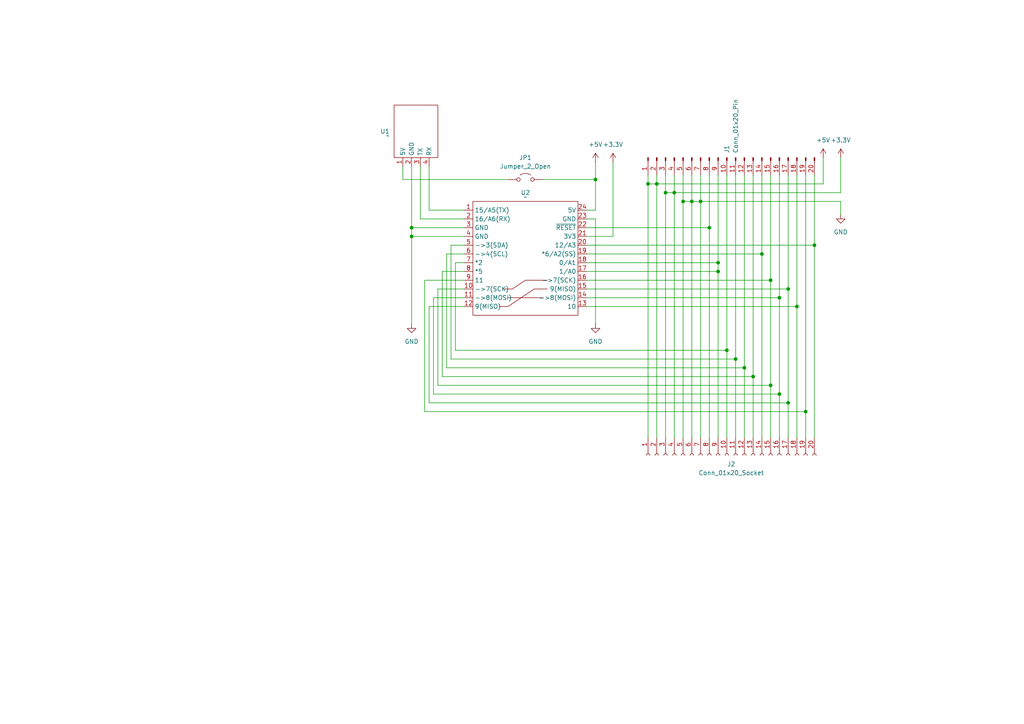
<source format=kicad_sch>
(kicad_sch (version 20231120) (generator "eeschema") (generator_version "8.0")
  (paper "A4")
  (lib_symbols
    (symbol "Connector:Conn_01x20_Pin" (pin_names (offset 1.016) hide)
      (property "Reference" "J" (at 0 25.4 0))
      (property "Value" "Conn_01x20_Pin" (at 0 -27.94 0))
      (symbol "Conn_01x20_Pin_1_1"
        (polyline (pts (xy 1.27 -25.4) (xy 0.8636 -25.4)) (stroke (width 0.1524)))
        (polyline (pts (xy 1.27 -22.86) (xy 0.8636 -22.86)) (stroke (width 0.1524)))
        (polyline (pts (xy 1.27 -20.32) (xy 0.8636 -20.32)) (stroke (width 0.1524)))
        (polyline (pts (xy 1.27 -17.78) (xy 0.8636 -17.78)) (stroke (width 0.1524)))
        (polyline (pts (xy 1.27 -15.24) (xy 0.8636 -15.24)) (stroke (width 0.1524)))
        (polyline (pts (xy 1.27 -12.7) (xy 0.8636 -12.7)) (stroke (width 0.1524)))
        (polyline (pts (xy 1.27 -10.16) (xy 0.8636 -10.16)) (stroke (width 0.1524)))
        (polyline (pts (xy 1.27 -7.62) (xy 0.8636 -7.62)) (stroke (width 0.1524)))
        (polyline (pts (xy 1.27 -5.08) (xy 0.8636 -5.08)) (stroke (width 0.1524)))
        (polyline (pts (xy 1.27 -2.54) (xy 0.8636 -2.54)) (stroke (width 0.1524)))
        (polyline (pts (xy 1.27 0) (xy 0.8636 0)) (stroke (width 0.1524)))
        (polyline (pts (xy 1.27 2.54) (xy 0.8636 2.54)) (stroke (width 0.1524)))
        (polyline (pts (xy 1.27 5.08) (xy 0.8636 5.08)) (stroke (width 0.1524)))
        (polyline (pts (xy 1.27 7.62) (xy 0.8636 7.62)) (stroke (width 0.1524)))
        (polyline (pts (xy 1.27 10.16) (xy 0.8636 10.16)) (stroke (width 0.1524)))
        (polyline (pts (xy 1.27 12.7) (xy 0.8636 12.7)) (stroke (width 0.1524)))
        (polyline (pts (xy 1.27 15.24) (xy 0.8636 15.24)) (stroke (width 0.1524)))
        (polyline (pts (xy 1.27 17.78) (xy 0.8636 17.78)) (stroke (width 0.1524)))
        (polyline (pts (xy 1.27 20.32) (xy 0.8636 20.32)) (stroke (width 0.1524)))
        (polyline (pts (xy 1.27 22.86) (xy 0.8636 22.86)) (stroke (width 0.1524)))
        (rectangle (start 0.8636 -25.273) (end 0 -25.527) (stroke (width 0.1524)) (fill (type outline)))
        (rectangle (start 0.8636 -22.733) (end 0 -22.987) (stroke (width 0.1524)) (fill (type outline)))
        (rectangle (start 0.8636 -20.193) (end 0 -20.447) (stroke (width 0.1524)) (fill (type outline)))
        (rectangle (start 0.8636 -17.653) (end 0 -17.907) (stroke (width 0.1524)) (fill (type outline)))
        (rectangle (start 0.8636 -15.113) (end 0 -15.367) (stroke (width 0.1524)) (fill (type outline)))
        (rectangle (start 0.8636 -12.573) (end 0 -12.827) (stroke (width 0.1524)) (fill (type outline)))
        (rectangle (start 0.8636 -10.033) (end 0 -10.287) (stroke (width 0.1524)) (fill (type outline)))
        (rectangle (start 0.8636 -7.493) (end 0 -7.747) (stroke (width 0.1524)) (fill (type outline)))
        (rectangle (start 0.8636 -4.953) (end 0 -5.207) (stroke (width 0.1524)) (fill (type outline)))
        (rectangle (start 0.8636 -2.413) (end 0 -2.667) (stroke (width 0.1524)) (fill (type outline)))
        (rectangle (start 0.8636 0.127) (end 0 -0.127) (stroke (width 0.1524)) (fill (type outline)))
        (rectangle (start 0.8636 2.667) (end 0 2.413) (stroke (width 0.1524)) (fill (type outline)))
        (rectangle (start 0.8636 5.207) (end 0 4.953) (stroke (width 0.1524)) (fill (type outline)))
        (rectangle (start 0.8636 7.747) (end 0 7.493) (stroke (width 0.1524)) (fill (type outline)))
        (rectangle (start 0.8636 10.287) (end 0 10.033) (stroke (width 0.1524)) (fill (type outline)))
        (rectangle (start 0.8636 12.827) (end 0 12.573) (stroke (width 0.1524)) (fill (type outline)))
        (rectangle (start 0.8636 15.367) (end 0 15.113) (stroke (width 0.1524)) (fill (type outline)))
        (rectangle (start 0.8636 17.907) (end 0 17.653) (stroke (width 0.1524)) (fill (type outline)))
        (rectangle (start 0.8636 20.447) (end 0 20.193) (stroke (width 0.1524)) (fill (type outline)))
        (rectangle (start 0.8636 22.987) (end 0 22.733) (stroke (width 0.1524)) (fill (type outline)))
        (pin passive line (at 5.08 22.86 180) (length 3.81) (name "Pin_1") (number "1"))
        (pin passive line (at 5.08 0 180) (length 3.81) (name "Pin_10") (number "10"))
        (pin passive line (at 5.08 -2.54 180) (length 3.81) (name "Pin_11") (number "11"))
        (pin passive line (at 5.08 -5.08 180) (length 3.81) (name "Pin_12") (number "12"))
        (pin passive line (at 5.08 -7.62 180) (length 3.81) (name "Pin_13") (number "13"))
        (pin passive line (at 5.08 -10.16 180) (length 3.81) (name "Pin_14") (number "14"))
        (pin passive line (at 5.08 -12.7 180) (length 3.81) (name "Pin_15") (number "15"))
        (pin passive line (at 5.08 -15.24 180) (length 3.81) (name "Pin_16") (number "16"))
        (pin passive line (at 5.08 -17.78 180) (length 3.81) (name "Pin_17") (number "17"))
        (pin passive line (at 5.08 -20.32 180) (length 3.81) (name "Pin_18") (number "18"))
        (pin passive line (at 5.08 -22.86 180) (length 3.81) (name "Pin_19") (number "19"))
        (pin passive line (at 5.08 20.32 180) (length 3.81) (name "Pin_2") (number "2"))
        (pin passive line (at 5.08 -25.4 180) (length 3.81) (name "Pin_20") (number "20"))
        (pin passive line (at 5.08 17.78 180) (length 3.81) (name "Pin_3") (number "3"))
        (pin passive line (at 5.08 15.24 180) (length 3.81) (name "Pin_4") (number "4"))
        (pin passive line (at 5.08 12.7 180) (length 3.81) (name "Pin_5") (number "5"))
        (pin passive line (at 5.08 10.16 180) (length 3.81) (name "Pin_6") (number "6"))
        (pin passive line (at 5.08 7.62 180) (length 3.81) (name "Pin_7") (number "7"))
        (pin passive line (at 5.08 5.08 180) (length 3.81) (name "Pin_8") (number "8"))
        (pin passive line (at 5.08 2.54 180) (length 3.81) (name "Pin_9") (number "9"))
      )
    )
    (symbol "Connector:Conn_01x20_Socket" (pin_names (offset 1.016) hide)
      (property "Reference" "J" (at 0 25.4 0))
      (property "Value" "Conn_01x20_Socket" (at 0 -27.94 0))
      (symbol "Conn_01x20_Socket_1_1"
        (arc (start 0 -24.892) (mid -0.5058 -25.4) (end 0 -25.908) (stroke (width 0.1524)))
        (arc (start 0 -22.352) (mid -0.5058 -22.86) (end 0 -23.368) (stroke (width 0.1524)))
        (arc (start 0 -19.812) (mid -0.5058 -20.32) (end 0 -20.828) (stroke (width 0.1524)))
        (arc (start 0 -17.272) (mid -0.5058 -17.78) (end 0 -18.288) (stroke (width 0.1524)))
        (arc (start 0 -14.732) (mid -0.5058 -15.24) (end 0 -15.748) (stroke (width 0.1524)))
        (arc (start 0 -12.192) (mid -0.5058 -12.7) (end 0 -13.208) (stroke (width 0.1524)))
        (arc (start 0 -9.652) (mid -0.5058 -10.16) (end 0 -10.668) (stroke (width 0.1524)))
        (arc (start 0 -7.112) (mid -0.5058 -7.62) (end 0 -8.128) (stroke (width 0.1524)))
        (arc (start 0 -4.572) (mid -0.5058 -5.08) (end 0 -5.588) (stroke (width 0.1524)))
        (arc (start 0 -2.032) (mid -0.5058 -2.54) (end 0 -3.048) (stroke (width 0.1524)))
        (polyline (pts (xy -1.27 -25.4) (xy -0.508 -25.4)) (stroke (width 0.1524)))
        (polyline (pts (xy -1.27 -22.86) (xy -0.508 -22.86)) (stroke (width 0.1524)))
        (polyline (pts (xy -1.27 -20.32) (xy -0.508 -20.32)) (stroke (width 0.1524)))
        (polyline (pts (xy -1.27 -17.78) (xy -0.508 -17.78)) (stroke (width 0.1524)))
        (polyline (pts (xy -1.27 -15.24) (xy -0.508 -15.24)) (stroke (width 0.1524)))
        (polyline (pts (xy -1.27 -12.7) (xy -0.508 -12.7)) (stroke (width 0.1524)))
        (polyline (pts (xy -1.27 -10.16) (xy -0.508 -10.16)) (stroke (width 0.1524)))
        (polyline (pts (xy -1.27 -7.62) (xy -0.508 -7.62)) (stroke (width 0.1524)))
        (polyline (pts (xy -1.27 -5.08) (xy -0.508 -5.08)) (stroke (width 0.1524)))
        (polyline (pts (xy -1.27 -2.54) (xy -0.508 -2.54)) (stroke (width 0.1524)))
        (polyline (pts (xy -1.27 0) (xy -0.508 0)) (stroke (width 0.1524)))
        (polyline (pts (xy -1.27 2.54) (xy -0.508 2.54)) (stroke (width 0.1524)))
        (polyline (pts (xy -1.27 5.08) (xy -0.508 5.08)) (stroke (width 0.1524)))
        (polyline (pts (xy -1.27 7.62) (xy -0.508 7.62)) (stroke (width 0.1524)))
        (polyline (pts (xy -1.27 10.16) (xy -0.508 10.16)) (stroke (width 0.1524)))
        (polyline (pts (xy -1.27 12.7) (xy -0.508 12.7)) (stroke (width 0.1524)))
        (polyline (pts (xy -1.27 15.24) (xy -0.508 15.24)) (stroke (width 0.1524)))
        (polyline (pts (xy -1.27 17.78) (xy -0.508 17.78)) (stroke (width 0.1524)))
        (polyline (pts (xy -1.27 20.32) (xy -0.508 20.32)) (stroke (width 0.1524)))
        (polyline (pts (xy -1.27 22.86) (xy -0.508 22.86)) (stroke (width 0.1524)))
        (arc (start 0 0.508) (mid -0.5058 0) (end 0 -0.508) (stroke (width 0.1524)))
        (arc (start 0 3.048) (mid -0.5058 2.54) (end 0 2.032) (stroke (width 0.1524)))
        (arc (start 0 5.588) (mid -0.5058 5.08) (end 0 4.572) (stroke (width 0.1524)))
        (arc (start 0 8.128) (mid -0.5058 7.62) (end 0 7.112) (stroke (width 0.1524)))
        (arc (start 0 10.668) (mid -0.5058 10.16) (end 0 9.652) (stroke (width 0.1524)))
        (arc (start 0 13.208) (mid -0.5058 12.7) (end 0 12.192) (stroke (width 0.1524)))
        (arc (start 0 15.748) (mid -0.5058 15.24) (end 0 14.732) (stroke (width 0.1524)))
        (arc (start 0 18.288) (mid -0.5058 17.78) (end 0 17.272) (stroke (width 0.1524)))
        (arc (start 0 20.828) (mid -0.5058 20.32) (end 0 19.812) (stroke (width 0.1524)))
        (arc (start 0 23.368) (mid -0.5058 22.86) (end 0 22.352) (stroke (width 0.1524)))
        (pin passive line (at -5.08 22.86 0) (length 3.81) (name "Pin_1") (number "1"))
        (pin passive line (at -5.08 0 0) (length 3.81) (name "Pin_10") (number "10"))
        (pin passive line (at -5.08 -2.54 0) (length 3.81) (name "Pin_11") (number "11"))
        (pin passive line (at -5.08 -5.08 0) (length 3.81) (name "Pin_12") (number "12"))
        (pin passive line (at -5.08 -7.62 0) (length 3.81) (name "Pin_13") (number "13"))
        (pin passive line (at -5.08 -10.16 0) (length 3.81) (name "Pin_14") (number "14"))
        (pin passive line (at -5.08 -12.7 0) (length 3.81) (name "Pin_15") (number "15"))
        (pin passive line (at -5.08 -15.24 0) (length 3.81) (name "Pin_16") (number "16"))
        (pin passive line (at -5.08 -17.78 0) (length 3.81) (name "Pin_17") (number "17"))
        (pin passive line (at -5.08 -20.32 0) (length 3.81) (name "Pin_18") (number "18"))
        (pin passive line (at -5.08 -22.86 0) (length 3.81) (name "Pin_19") (number "19"))
        (pin passive line (at -5.08 20.32 0) (length 3.81) (name "Pin_2") (number "2"))
        (pin passive line (at -5.08 -25.4 0) (length 3.81) (name "Pin_20") (number "20"))
        (pin passive line (at -5.08 17.78 0) (length 3.81) (name "Pin_3") (number "3"))
        (pin passive line (at -5.08 15.24 0) (length 3.81) (name "Pin_4") (number "4"))
        (pin passive line (at -5.08 12.7 0) (length 3.81) (name "Pin_5") (number "5"))
        (pin passive line (at -5.08 10.16 0) (length 3.81) (name "Pin_6") (number "6"))
        (pin passive line (at -5.08 7.62 0) (length 3.81) (name "Pin_7") (number "7"))
        (pin passive line (at -5.08 5.08 0) (length 3.81) (name "Pin_8") (number "8"))
        (pin passive line (at -5.08 2.54 0) (length 3.81) (name "Pin_9") (number "9"))
      )
    )
    (symbol "Jumper:Jumper_2_Open" (pin_numbers hide) (pin_names (offset 0) hide) (exclude_from_sim yes)
      (property "Reference" "JP" (at 0 2.794 0))
      (property "Value" "Jumper_2_Open" (at 0 -2.286 0))
      (symbol "Jumper_2_Open_0_0"
        (circle (center -2.032 0) (radius 0.508))
        (circle (center 2.032 0) (radius 0.508))
      )
      (symbol "Jumper_2_Open_0_1"
        (arc (start 1.524 1.27) (mid 0 1.778) (end -1.524 1.27))
      )
      (symbol "Jumper_2_Open_1_1"
        (pin passive line (at -5.08 0 0) (length 2.54) (name "A") (number "1"))
        (pin passive line (at 5.08 0 180) (length 2.54) (name "B") (number "2"))
      )
    )
    (symbol "UIAP-Devices:UIAPduino_Pro_Micro_V1dot4"
      (property "Reference" "U" (at 0 2.032 0))
      (symbol "UIAPduino_Pro_Micro_V1dot4_0_1"
        (rectangle (start -15.24 0) (end 15.24 -33.02))
        (polyline (pts (xy -5.08 -27.94) (xy 5.08 -27.94)))
        (polyline (pts (xy -6.35 -25.4) (xy -3.81 -25.4) (xy 0 -22.86) (xy 6.35 -22.86)))
        (polyline (pts (xy 6.35 -25.4) (xy 2.54 -25.4) (xy -5.08 -30.48) (xy -7.62 -30.48)))
      )
      (symbol "UIAPduino_Pro_Micro_V1dot4_1_1"
        (pin bidirectional line (at -17.78 -2.54 0) (length 2.54) (name "15/A5(TX)") (number "1"))
        (pin bidirectional line (at -17.78 -25.4 0) (length 2.54) (name "->7(SCK)") (number "10"))
        (pin bidirectional line (at -17.78 -27.94 0) (length 2.54) (name "->8(MOSI)") (number "11"))
        (pin bidirectional line (at -17.78 -30.48 0) (length 2.54) (name "9(MISO)") (number "12"))
        (pin bidirectional line (at 17.78 -30.48 180) (length 2.54) (name "10") (number "13"))
        (pin bidirectional line (at 17.78 -27.94 180) (length 2.54) (name "->8(MOSI)") (number "14"))
        (pin bidirectional line (at 17.78 -25.4 180) (length 2.54) (name "9(MISO)") (number "15"))
        (pin bidirectional line (at 17.78 -22.86 180) (length 2.54) (name "->7(SCK)") (number "16"))
        (pin bidirectional line (at 17.78 -20.32 180) (length 2.54) (name "1/A0") (number "17"))
        (pin bidirectional line (at 17.78 -17.78 180) (length 2.54) (name "0/A1") (number "18"))
        (pin bidirectional line (at 17.78 -15.24 180) (length 2.54) (name "*6/A2(SS)") (number "19"))
        (pin bidirectional line (at -17.78 -5.08 0) (length 2.54) (name "16/A6(RX)") (number "2"))
        (pin bidirectional line (at 17.78 -12.7 180) (length 2.54) (name "12/A3") (number "20"))
        (pin power_in line (at 17.78 -10.16 180) (length 2.54) (name "3V3") (number "21"))
        (pin power_in line (at 17.78 -7.62 180) (length 2.54) (name "~{RESET}") (number "22"))
        (pin power_in line (at 17.78 -5.08 180) (length 2.54) (name "GND") (number "23"))
        (pin power_in line (at 17.78 -2.54 180) (length 2.54) (name "5V") (number "24"))
        (pin power_in line (at -17.78 -7.62 0) (length 2.54) (name "GND") (number "3"))
        (pin power_in line (at -17.78 -10.16 0) (length 2.54) (name "GND") (number "4"))
        (pin bidirectional line (at -17.78 -12.7 0) (length 2.54) (name "->3(SDA)") (number "5"))
        (pin bidirectional line (at -17.78 -15.24 0) (length 2.54) (name "->4(SCL)") (number "6"))
        (pin bidirectional line (at -17.78 -17.78 0) (length 2.54) (name "*2") (number "7"))
        (pin bidirectional line (at -17.78 -20.32 0) (length 2.54) (name "*5") (number "8"))
        (pin power_in line (at -17.78 -22.86 0) (length 2.54) (name "11") (number "9"))
      )
    )
    (symbol "akizuki:FT234X"
      (property "Reference" "U" (at 0 2.54 0))
      (symbol "FT234X_0_1"
        (rectangle (start -7.62 0) (end 7.62 -12.7))
      )
      (symbol "FT234X_1_1"
        (pin power_out line (at 10.16 -2.54 180) (length 2.54) (name "5V") (number "1"))
        (pin power_in line (at 10.16 -5.08 180) (length 2.54) (name "GND") (number "2"))
        (pin output line (at 10.16 -7.62 180) (length 2.54) (name "TX") (number "3"))
        (pin input line (at 10.16 -10.16 180) (length 2.54) (name "RX") (number "4"))
      )
    )
    (symbol "power:+3.3V" (power) (pin_numbers hide) (pin_names (offset 0) hide)
      (property "Value" "+3.3V" (at 0 3.556 0))
      (symbol "+3.3V_0_1"
        (polyline (pts (xy -0.762 1.27) (xy 0 2.54)))
        (polyline (pts (xy 0 0) (xy 0 2.54)))
        (polyline (pts (xy 0 2.54) (xy 0.762 1.27)))
      )
      (symbol "+3.3V_1_1"
        (pin power_in line (at 0 0 90) (length 0) (name "~") (number "1"))
      )
    )
    (symbol "power:+5V" (power) (pin_numbers hide) (pin_names (offset 0) hide)
      (property "Value" "+5V" (at 0 3.556 0))
      (symbol "+5V_0_1"
        (polyline (pts (xy -0.762 1.27) (xy 0 2.54)))
        (polyline (pts (xy 0 0) (xy 0 2.54)))
        (polyline (pts (xy 0 2.54) (xy 0.762 1.27)))
      )
      (symbol "+5V_1_1"
        (pin power_in line (at 0 0 90) (length 0) (name "~") (number "1"))
      )
    )
    (symbol "power:GND" (power) (pin_numbers hide) (pin_names (offset 0) hide)
      (property "Value" "GND" (at 0 -3.81 0))
      (symbol "GND_0_1"
        (polyline (pts (xy 0 0) (xy 0 -1.27) (xy 1.27 -1.27) (xy 0 -2.54) (xy -1.27 -1.27) (xy 0 -1.27)))
      )
      (symbol "GND_1_1"
        (pin power_in line (at 0 0 270) (length 0) (name "~") (number "1"))
      )
    )
  )
  (junction (at 208.28 76.2))
  (junction (at 208.28 78.74))
  (junction (at 205.74 66.04))
  (junction (at 223.52 81.28))
  (junction (at 223.52 111.76))
  (junction (at 119.38 66.04))
  (junction (at 210.82 101.6))
  (junction (at 119.38 68.58))
  (junction (at 215.9 106.68))
  (junction (at 198.12 58.42))
  (junction (at 228.6 116.84))
  (junction (at 213.36 104.14))
  (junction (at 187.96 53.34))
  (junction (at 233.68 119.38))
  (junction (at 195.58 55.88))
  (junction (at 190.5 53.34))
  (junction (at 228.6 83.82))
  (junction (at 226.06 86.36))
  (junction (at 193.04 55.88))
  (junction (at 226.06 114.3))
  (junction (at 218.44 109.22))
  (junction (at 220.98 73.66))
  (junction (at 236.22 71.12))
  (junction (at 231.14 88.9))
  (junction (at 200.66 58.42))
  (junction (at 172.72 52.07))
  (junction (at 203.2 58.42))
  (wire (pts (xy 130.81 104.14) (xy 213.36 104.14)))
  (wire (pts (xy 129.54 106.68) (xy 215.9 106.68)))
  (wire (pts (xy 119.38 66.04) (xy 134.62 66.04)))
  (wire (pts (xy 134.62 68.58) (xy 119.38 68.58)))
  (wire (pts (xy 243.84 45.72) (xy 243.84 55.88)))
  (wire (pts (xy 124.46 48.26) (xy 124.46 60.96)))
  (wire (pts (xy 226.06 86.36) (xy 226.06 50.8)))
  (wire (pts (xy 121.92 63.5) (xy 121.92 48.26)))
  (wire (pts (xy 208.28 78.74) (xy 208.28 76.2)))
  (wire (pts (xy 220.98 50.8) (xy 220.98 73.66)))
  (wire (pts (xy 123.19 119.38) (xy 233.68 119.38)))
  (wire (pts (xy 190.5 50.8) (xy 190.5 53.34)))
  (wire (pts (xy 127 111.76) (xy 223.52 111.76)))
  (wire (pts (xy 116.84 52.07) (xy 116.84 48.26)))
  (wire (pts (xy 208.28 127) (xy 208.28 78.74)))
  (wire (pts (xy 132.08 76.2) (xy 134.62 76.2)))
  (wire (pts (xy 172.72 63.5) (xy 170.18 63.5)))
  (wire (pts (xy 134.62 81.28) (xy 123.19 81.28)))
  (wire (pts (xy 228.6 116.84) (xy 228.6 83.82)))
  (wire (pts (xy 243.84 62.23) (xy 243.84 58.42)))
  (wire (pts (xy 228.6 83.82) (xy 228.6 50.8)))
  (wire (pts (xy 132.08 76.2) (xy 132.08 101.6)))
  (wire (pts (xy 223.52 127) (xy 223.52 111.76)))
  (wire (pts (xy 190.5 53.34) (xy 190.5 127)))
  (wire (pts (xy 172.72 93.98) (xy 172.72 63.5)))
  (wire (pts (xy 170.18 78.74) (xy 208.28 78.74)))
  (wire (pts (xy 127 83.82) (xy 127 111.76)))
  (wire (pts (xy 233.68 119.38) (xy 233.68 50.8)))
  (wire (pts (xy 116.84 52.07) (xy 147.32 52.07)))
  (wire (pts (xy 170.18 81.28) (xy 223.52 81.28)))
  (wire (pts (xy 220.98 73.66) (xy 220.98 127)))
  (wire (pts (xy 205.74 127) (xy 205.74 66.04)))
  (wire (pts (xy 132.08 101.6) (xy 210.82 101.6)))
  (wire (pts (xy 124.46 88.9) (xy 124.46 116.84)))
  (wire (pts (xy 236.22 127) (xy 236.22 71.12)))
  (wire (pts (xy 170.18 88.9) (xy 231.14 88.9)))
  (wire (pts (xy 200.66 58.42) (xy 203.2 58.42)))
  (wire (pts (xy 170.18 60.96) (xy 172.72 60.96)))
  (wire (pts (xy 226.06 127) (xy 226.06 114.3)))
  (wire (pts (xy 218.44 127) (xy 218.44 109.22)))
  (wire (pts (xy 170.18 86.36) (xy 226.06 86.36)))
  (wire (pts (xy 198.12 50.8) (xy 198.12 58.42)))
  (wire (pts (xy 198.12 58.42) (xy 200.66 58.42)))
  (wire (pts (xy 208.28 76.2) (xy 208.28 50.8)))
  (wire (pts (xy 134.62 86.36) (xy 125.73 86.36)))
  (wire (pts (xy 198.12 58.42) (xy 198.12 127)))
  (wire (pts (xy 203.2 58.42) (xy 203.2 127)))
  (wire (pts (xy 231.14 88.9) (xy 231.14 50.8)))
  (wire (pts (xy 134.62 63.5) (xy 121.92 63.5)))
  (wire (pts (xy 223.52 111.76) (xy 223.52 81.28)))
  (wire (pts (xy 157.48 52.07) (xy 172.72 52.07)))
  (wire (pts (xy 238.76 53.34) (xy 190.5 53.34)))
  (wire (pts (xy 123.19 81.28) (xy 123.19 119.38)))
  (wire (pts (xy 195.58 50.8) (xy 195.58 55.88)))
  (wire (pts (xy 134.62 83.82) (xy 127 83.82)))
  (wire (pts (xy 119.38 48.26) (xy 119.38 66.04)))
  (wire (pts (xy 130.81 71.12) (xy 130.81 104.14)))
  (wire (pts (xy 128.27 78.74) (xy 128.27 109.22)))
  (wire (pts (xy 187.96 50.8) (xy 187.96 53.34)))
  (wire (pts (xy 195.58 55.88) (xy 243.84 55.88)))
  (wire (pts (xy 170.18 73.66) (xy 220.98 73.66)))
  (wire (pts (xy 170.18 83.82) (xy 228.6 83.82)))
  (wire (pts (xy 218.44 109.22) (xy 218.44 50.8)))
  (wire (pts (xy 193.04 55.88) (xy 193.04 127)))
  (wire (pts (xy 129.54 73.66) (xy 129.54 106.68)))
  (wire (pts (xy 193.04 55.88) (xy 195.58 55.88)))
  (wire (pts (xy 128.27 109.22) (xy 218.44 109.22)))
  (wire (pts (xy 215.9 106.68) (xy 215.9 50.8)))
  (wire (pts (xy 125.73 86.36) (xy 125.73 114.3)))
  (wire (pts (xy 238.76 45.72) (xy 238.76 53.34)))
  (wire (pts (xy 177.8 46.99) (xy 177.8 68.58)))
  (wire (pts (xy 210.82 127) (xy 210.82 101.6)))
  (wire (pts (xy 193.04 50.8) (xy 193.04 55.88)))
  (wire (pts (xy 200.66 50.8) (xy 200.66 58.42)))
  (wire (pts (xy 187.96 53.34) (xy 187.96 127)))
  (wire (pts (xy 203.2 50.8) (xy 203.2 58.42)))
  (wire (pts (xy 200.66 58.42) (xy 200.66 127)))
  (wire (pts (xy 170.18 76.2) (xy 208.28 76.2)))
  (wire (pts (xy 119.38 68.58) (xy 119.38 66.04)))
  (wire (pts (xy 172.72 46.99) (xy 172.72 52.07)))
  (wire (pts (xy 210.82 101.6) (xy 210.82 50.8)))
  (wire (pts (xy 170.18 71.12) (xy 236.22 71.12)))
  (wire (pts (xy 205.74 66.04) (xy 205.74 50.8)))
  (wire (pts (xy 172.72 52.07) (xy 172.72 60.96)))
  (wire (pts (xy 228.6 127) (xy 228.6 116.84)))
  (wire (pts (xy 187.96 53.34) (xy 190.5 53.34)))
  (wire (pts (xy 134.62 73.66) (xy 129.54 73.66)))
  (wire (pts (xy 215.9 127) (xy 215.9 106.68)))
  (wire (pts (xy 233.68 127) (xy 233.68 119.38)))
  (wire (pts (xy 213.36 127) (xy 213.36 104.14)))
  (wire (pts (xy 125.73 114.3) (xy 226.06 114.3)))
  (wire (pts (xy 236.22 71.12) (xy 236.22 50.8)))
  (wire (pts (xy 226.06 114.3) (xy 226.06 86.36)))
  (wire (pts (xy 195.58 55.88) (xy 195.58 127)))
  (wire (pts (xy 177.8 68.58) (xy 170.18 68.58)))
  (wire (pts (xy 134.62 78.74) (xy 128.27 78.74)))
  (wire (pts (xy 231.14 127) (xy 231.14 88.9)))
  (wire (pts (xy 213.36 104.14) (xy 213.36 50.8)))
  (wire (pts (xy 124.46 60.96) (xy 134.62 60.96)))
  (wire (pts (xy 124.46 116.84) (xy 228.6 116.84)))
  (wire (pts (xy 130.81 71.12) (xy 134.62 71.12)))
  (wire (pts (xy 134.62 88.9) (xy 124.46 88.9)))
  (wire (pts (xy 119.38 93.98) (xy 119.38 68.58)))
  (wire (pts (xy 203.2 58.42) (xy 243.84 58.42)))
  (wire (pts (xy 170.18 66.04) (xy 205.74 66.04)))
  (wire (pts (xy 223.52 81.28) (xy 223.52 50.8)))
  (symbol (lib_id "Jumper:Jumper_2_Open") (at 152.4 52.07 0) (unit 1) (exclude_from_sim yes)
    (property "Reference" "JP1" (at 152.4 45.72 0))
    (property "Value" "Jumper_2_Open" (at 152.4 48.26 0))
    (property "Footprint" "Jumper:SolderJumper-2_P1.3mm_Open_TrianglePad1.0x1.5mm" (effects (hide yes)))
    (property "Description" "Jumper, 2-pole, open" (effects (hide yes)))
  )
  (symbol (lib_id "Connector:Conn_01x20_Pin") (at 210.82 45.72 90) (mirror x) (unit 1)
    (property "Reference" "J1" (at 210.8199 44.45 0) (effects (justify right)))
    (property "Value" "Conn_01x20_Pin" (at 213.3599 44.45 0) (effects (justify right)))
    (property "Footprint" "Connector_PinHeader_2.54mm:PinHeader_1x20_P2.54mm_Vertical" (effects (hide yes)))
    (property "Description" "Generic connector, single row, 01x20, script generated" (effects (hide yes)))
  )
  (symbol (lib_id "power:GND") (at 172.72 93.98 0) (unit 1)
    (property "Reference" "#PWR01" (effects (hide yes)))
    (property "Value" "GND" (at 172.72 99.06 0))
    (property "Description" "Power symbol creates a global label with name \"GND\" , ground" (effects (hide yes)))
  )
  (symbol (lib_id "power:+3.3V") (at 177.8 46.99 0) (unit 1)
    (property "Reference" "#PWR04" (effects (hide yes)))
    (property "Value" "+3.3V" (at 177.8 41.91 0))
    (property "Description" "Power symbol creates a global label with name \"+3.3V\"" (effects (hide yes)))
  )
  (symbol (lib_id "Connector:Conn_01x20_Socket") (at 210.82 132.08 90) (mirror x) (unit 1)
    (property "Reference" "J2" (at 212.09 134.62 90))
    (property "Value" "Conn_01x20_Socket" (at 212.09 137.16 90))
    (property "Footprint" "Connector_PinSocket_2.54mm:PinSocket_1x20_P2.54mm_Vertical" (effects (hide yes)))
    (property "Description" "Generic connector, single row, 01x20, script generated" (effects (hide yes)))
  )
  (symbol (lib_id "power:+5V") (at 238.76 45.72 0) (unit 1)
    (property "Reference" "#PWR06" (effects (hide yes)))
    (property "Value" "+5V" (at 238.76 40.64 0))
    (property "Description" "Power symbol creates a global label with name \"+5V\"" (effects (hide yes)))
  )
  (symbol (lib_id "power:GND") (at 119.38 93.98 0) (unit 1)
    (property "Reference" "#PWR03" (effects (hide yes)))
    (property "Value" "GND" (at 119.38 99.06 0))
    (property "Description" "Power symbol creates a global label with name \"GND\" , ground" (effects (hide yes)))
  )
  (symbol (lib_id "power:+3.3V") (at 243.84 45.72 0) (unit 1)
    (property "Reference" "#PWR07" (effects (hide yes)))
    (property "Value" "+3.3V" (at 243.84 40.64 0))
    (property "Description" "Power symbol creates a global label with name \"+3.3V\"" (effects (hide yes)))
  )
  (symbol (lib_id "power:+5V") (at 172.72 46.99 0) (unit 1)
    (property "Reference" "#PWR02" (effects (hide yes)))
    (property "Value" "+5V" (at 172.72 41.91 0))
    (property "Description" "Power symbol creates a global label with name \"+5V\"" (effects (hide yes)))
  )
  (symbol (lib_id "power:GND") (at 243.84 62.23 0) (unit 1)
    (property "Reference" "#PWR05" (effects (hide yes)))
    (property "Value" "GND" (at 243.84 67.31 0))
    (property "Description" "Power symbol creates a global label with name \"GND\" , ground" (effects (hide yes)))
  )
  (symbol (lib_id "akizuki:FT234X") (at 114.3 38.1 90) (mirror x) (unit 1)
    (property "Reference" "U1" (at 113.03 38.0999 90) (effects (justify left)))
    (property "Value" "~" (at 113.03 39.37 90) (effects (justify left)))
    (property "Footprint" "akizuki:FT234X" (effects (hide yes)))
  )
  (symbol (lib_id "UIAP-Devices:UIAPduino_Pro_Micro_V1dot4") (at 152.4 58.42 0) (unit 1)
    (property "Reference" "U2" (at 152.4 55.88 0))
    (property "Value" "~" (at 152.4 57.15 0))
    (property "Footprint" "UIAP-Devices:UIAPDUINO-PRO-MICRO-CH32V003-V1DOT4" (effects (hide yes)))
  )
)
</source>
